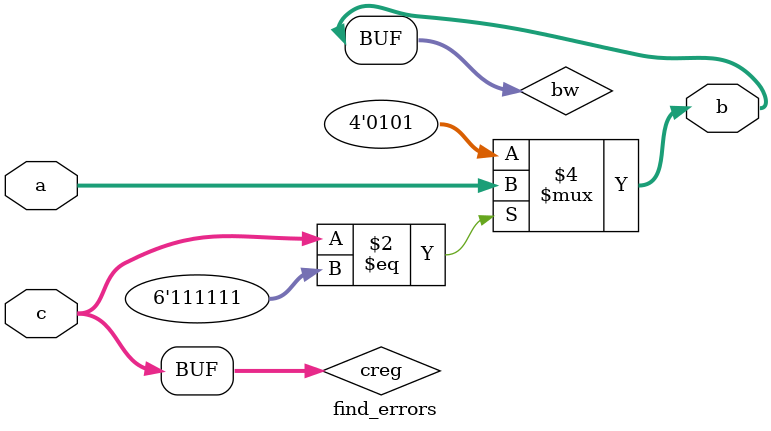
<source format=v>
/*//////////////////////////////////////////////////////////////////////////////
//                                                                            //
//               Application Assignment Problem 2 Module 3 Course 2           //
//                                                                            //
////////////////////////////////////////////////////////////////////////////////
//
// [Replace [items in brackets] with your content]
// @file AAC2M1P2.vhd
// @brief Application Assignment 2-007 Example code with errors to be found
// @version: 1.0 
// Date of current revision:  @date 2019-06-20  
// Target FPGA: [Intel Altera MAX10] 
// Tools used: [Quartus Prime 16.1 or Sigasi] for editing and/or synthesis 
//             [Modeltech ModelSIM 10.4a Student Edition] for simulation 
//             [Quartus Prime 16.1]  for place and route if applied
//             
//  Functional Description:  This file contains the Verilog which describes the 
//               FPGA implementation of a fixed/variable 4-bit mux. The inputs 
//               are a, a 4-bit vector, a fixed 4-bit vector, and c, a 6-bit
//               selector, with b, a 4-bit vector as the output.  

//  Hierarchy:  There is only one level in this simple design.
//  
//  Designed by:  @author [your name] 
//                [Organization]
//                [email] 
// 
//      Copyright (c) 2019 by Tim Scherr
//
// Redistribution, modification or use of this software in source or binary
// forms is permitted as long as the files maintain this copyright. Users are
// permitted to modify this and use it to learn about the field of HDl code.
// Tim Scherr and the University of Colorado are not liable for any misuse
// of this material.
//////////////////////////////////////////////////////////////////////////////
// 
*/
module find_errors (

input [0:3]a,

output [3:0]b,

input [5:0]c );

reg [3:0]bw;

wire [5:0]creg;

assign b = bw;

assign creg = c;

always@(creg)

begin

if (creg == 6'b111111)

bw <= a;

else

bw <= 4'b0101;

end

endmodule    
</source>
